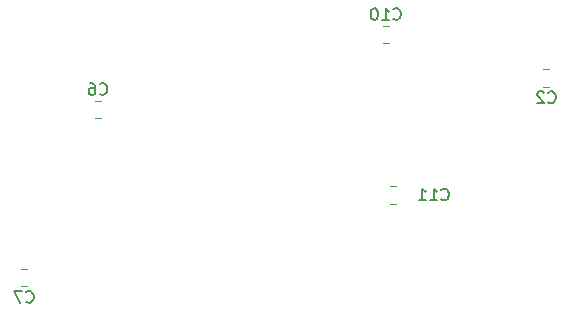
<source format=gbo>
%TF.GenerationSoftware,KiCad,Pcbnew,9.0.3*%
%TF.CreationDate,2025-07-27T11:41:57+09:00*%
%TF.ProjectId,LFOSeparate,4c464f53-6570-4617-9261-74652e6b6963,rev?*%
%TF.SameCoordinates,Original*%
%TF.FileFunction,Legend,Bot*%
%TF.FilePolarity,Positive*%
%FSLAX46Y46*%
G04 Gerber Fmt 4.6, Leading zero omitted, Abs format (unit mm)*
G04 Created by KiCad (PCBNEW 9.0.3) date 2025-07-27 11:41:57*
%MOMM*%
%LPD*%
G01*
G04 APERTURE LIST*
%ADD10C,0.150000*%
%ADD11C,0.120000*%
G04 APERTURE END LIST*
D10*
X135135857Y-40589580D02*
X135183476Y-40637200D01*
X135183476Y-40637200D02*
X135326333Y-40684819D01*
X135326333Y-40684819D02*
X135421571Y-40684819D01*
X135421571Y-40684819D02*
X135564428Y-40637200D01*
X135564428Y-40637200D02*
X135659666Y-40541961D01*
X135659666Y-40541961D02*
X135707285Y-40446723D01*
X135707285Y-40446723D02*
X135754904Y-40256247D01*
X135754904Y-40256247D02*
X135754904Y-40113390D01*
X135754904Y-40113390D02*
X135707285Y-39922914D01*
X135707285Y-39922914D02*
X135659666Y-39827676D01*
X135659666Y-39827676D02*
X135564428Y-39732438D01*
X135564428Y-39732438D02*
X135421571Y-39684819D01*
X135421571Y-39684819D02*
X135326333Y-39684819D01*
X135326333Y-39684819D02*
X135183476Y-39732438D01*
X135183476Y-39732438D02*
X135135857Y-39780057D01*
X134183476Y-40684819D02*
X134754904Y-40684819D01*
X134469190Y-40684819D02*
X134469190Y-39684819D01*
X134469190Y-39684819D02*
X134564428Y-39827676D01*
X134564428Y-39827676D02*
X134659666Y-39922914D01*
X134659666Y-39922914D02*
X134754904Y-39970533D01*
X133564428Y-39684819D02*
X133469190Y-39684819D01*
X133469190Y-39684819D02*
X133373952Y-39732438D01*
X133373952Y-39732438D02*
X133326333Y-39780057D01*
X133326333Y-39780057D02*
X133278714Y-39875295D01*
X133278714Y-39875295D02*
X133231095Y-40065771D01*
X133231095Y-40065771D02*
X133231095Y-40303866D01*
X133231095Y-40303866D02*
X133278714Y-40494342D01*
X133278714Y-40494342D02*
X133326333Y-40589580D01*
X133326333Y-40589580D02*
X133373952Y-40637200D01*
X133373952Y-40637200D02*
X133469190Y-40684819D01*
X133469190Y-40684819D02*
X133564428Y-40684819D01*
X133564428Y-40684819D02*
X133659666Y-40637200D01*
X133659666Y-40637200D02*
X133707285Y-40589580D01*
X133707285Y-40589580D02*
X133754904Y-40494342D01*
X133754904Y-40494342D02*
X133802523Y-40303866D01*
X133802523Y-40303866D02*
X133802523Y-40065771D01*
X133802523Y-40065771D02*
X133754904Y-39875295D01*
X133754904Y-39875295D02*
X133707285Y-39780057D01*
X133707285Y-39780057D02*
X133659666Y-39732438D01*
X133659666Y-39732438D02*
X133564428Y-39684819D01*
X110275666Y-46939580D02*
X110323285Y-46987200D01*
X110323285Y-46987200D02*
X110466142Y-47034819D01*
X110466142Y-47034819D02*
X110561380Y-47034819D01*
X110561380Y-47034819D02*
X110704237Y-46987200D01*
X110704237Y-46987200D02*
X110799475Y-46891961D01*
X110799475Y-46891961D02*
X110847094Y-46796723D01*
X110847094Y-46796723D02*
X110894713Y-46606247D01*
X110894713Y-46606247D02*
X110894713Y-46463390D01*
X110894713Y-46463390D02*
X110847094Y-46272914D01*
X110847094Y-46272914D02*
X110799475Y-46177676D01*
X110799475Y-46177676D02*
X110704237Y-46082438D01*
X110704237Y-46082438D02*
X110561380Y-46034819D01*
X110561380Y-46034819D02*
X110466142Y-46034819D01*
X110466142Y-46034819D02*
X110323285Y-46082438D01*
X110323285Y-46082438D02*
X110275666Y-46130057D01*
X109418523Y-46034819D02*
X109608999Y-46034819D01*
X109608999Y-46034819D02*
X109704237Y-46082438D01*
X109704237Y-46082438D02*
X109751856Y-46130057D01*
X109751856Y-46130057D02*
X109847094Y-46272914D01*
X109847094Y-46272914D02*
X109894713Y-46463390D01*
X109894713Y-46463390D02*
X109894713Y-46844342D01*
X109894713Y-46844342D02*
X109847094Y-46939580D01*
X109847094Y-46939580D02*
X109799475Y-46987200D01*
X109799475Y-46987200D02*
X109704237Y-47034819D01*
X109704237Y-47034819D02*
X109513761Y-47034819D01*
X109513761Y-47034819D02*
X109418523Y-46987200D01*
X109418523Y-46987200D02*
X109370904Y-46939580D01*
X109370904Y-46939580D02*
X109323285Y-46844342D01*
X109323285Y-46844342D02*
X109323285Y-46606247D01*
X109323285Y-46606247D02*
X109370904Y-46511009D01*
X109370904Y-46511009D02*
X109418523Y-46463390D01*
X109418523Y-46463390D02*
X109513761Y-46415771D01*
X109513761Y-46415771D02*
X109704237Y-46415771D01*
X109704237Y-46415771D02*
X109799475Y-46463390D01*
X109799475Y-46463390D02*
X109847094Y-46511009D01*
X109847094Y-46511009D02*
X109894713Y-46606247D01*
X104052666Y-64523580D02*
X104100285Y-64571200D01*
X104100285Y-64571200D02*
X104243142Y-64618819D01*
X104243142Y-64618819D02*
X104338380Y-64618819D01*
X104338380Y-64618819D02*
X104481237Y-64571200D01*
X104481237Y-64571200D02*
X104576475Y-64475961D01*
X104576475Y-64475961D02*
X104624094Y-64380723D01*
X104624094Y-64380723D02*
X104671713Y-64190247D01*
X104671713Y-64190247D02*
X104671713Y-64047390D01*
X104671713Y-64047390D02*
X104624094Y-63856914D01*
X104624094Y-63856914D02*
X104576475Y-63761676D01*
X104576475Y-63761676D02*
X104481237Y-63666438D01*
X104481237Y-63666438D02*
X104338380Y-63618819D01*
X104338380Y-63618819D02*
X104243142Y-63618819D01*
X104243142Y-63618819D02*
X104100285Y-63666438D01*
X104100285Y-63666438D02*
X104052666Y-63714057D01*
X103719332Y-63618819D02*
X103052666Y-63618819D01*
X103052666Y-63618819D02*
X103481237Y-64618819D01*
X139199857Y-55858580D02*
X139247476Y-55906200D01*
X139247476Y-55906200D02*
X139390333Y-55953819D01*
X139390333Y-55953819D02*
X139485571Y-55953819D01*
X139485571Y-55953819D02*
X139628428Y-55906200D01*
X139628428Y-55906200D02*
X139723666Y-55810961D01*
X139723666Y-55810961D02*
X139771285Y-55715723D01*
X139771285Y-55715723D02*
X139818904Y-55525247D01*
X139818904Y-55525247D02*
X139818904Y-55382390D01*
X139818904Y-55382390D02*
X139771285Y-55191914D01*
X139771285Y-55191914D02*
X139723666Y-55096676D01*
X139723666Y-55096676D02*
X139628428Y-55001438D01*
X139628428Y-55001438D02*
X139485571Y-54953819D01*
X139485571Y-54953819D02*
X139390333Y-54953819D01*
X139390333Y-54953819D02*
X139247476Y-55001438D01*
X139247476Y-55001438D02*
X139199857Y-55049057D01*
X138247476Y-55953819D02*
X138818904Y-55953819D01*
X138533190Y-55953819D02*
X138533190Y-54953819D01*
X138533190Y-54953819D02*
X138628428Y-55096676D01*
X138628428Y-55096676D02*
X138723666Y-55191914D01*
X138723666Y-55191914D02*
X138818904Y-55239533D01*
X137295095Y-55953819D02*
X137866523Y-55953819D01*
X137580809Y-55953819D02*
X137580809Y-54953819D01*
X137580809Y-54953819D02*
X137676047Y-55096676D01*
X137676047Y-55096676D02*
X137771285Y-55191914D01*
X137771285Y-55191914D02*
X137866523Y-55239533D01*
X148248666Y-47632580D02*
X148296285Y-47680200D01*
X148296285Y-47680200D02*
X148439142Y-47727819D01*
X148439142Y-47727819D02*
X148534380Y-47727819D01*
X148534380Y-47727819D02*
X148677237Y-47680200D01*
X148677237Y-47680200D02*
X148772475Y-47584961D01*
X148772475Y-47584961D02*
X148820094Y-47489723D01*
X148820094Y-47489723D02*
X148867713Y-47299247D01*
X148867713Y-47299247D02*
X148867713Y-47156390D01*
X148867713Y-47156390D02*
X148820094Y-46965914D01*
X148820094Y-46965914D02*
X148772475Y-46870676D01*
X148772475Y-46870676D02*
X148677237Y-46775438D01*
X148677237Y-46775438D02*
X148534380Y-46727819D01*
X148534380Y-46727819D02*
X148439142Y-46727819D01*
X148439142Y-46727819D02*
X148296285Y-46775438D01*
X148296285Y-46775438D02*
X148248666Y-46823057D01*
X147867713Y-46823057D02*
X147820094Y-46775438D01*
X147820094Y-46775438D02*
X147724856Y-46727819D01*
X147724856Y-46727819D02*
X147486761Y-46727819D01*
X147486761Y-46727819D02*
X147391523Y-46775438D01*
X147391523Y-46775438D02*
X147343904Y-46823057D01*
X147343904Y-46823057D02*
X147296285Y-46918295D01*
X147296285Y-46918295D02*
X147296285Y-47013533D01*
X147296285Y-47013533D02*
X147343904Y-47156390D01*
X147343904Y-47156390D02*
X147915332Y-47727819D01*
X147915332Y-47727819D02*
X147296285Y-47727819D01*
D11*
%TO.C,C10*%
X134231748Y-41175000D02*
X134754252Y-41175000D01*
X134231748Y-42645000D02*
X134754252Y-42645000D01*
%TO.C,C6*%
X109847748Y-47525000D02*
X110370252Y-47525000D01*
X109847748Y-48995000D02*
X110370252Y-48995000D01*
%TO.C,C7*%
X104147252Y-61749000D02*
X103624748Y-61749000D01*
X104147252Y-63219000D02*
X103624748Y-63219000D01*
%TO.C,C11*%
X135389252Y-54764000D02*
X134866748Y-54764000D01*
X135389252Y-56234000D02*
X134866748Y-56234000D01*
%TO.C,C2*%
X148343252Y-44858000D02*
X147820748Y-44858000D01*
X148343252Y-46328000D02*
X147820748Y-46328000D01*
%TD*%
M02*

</source>
